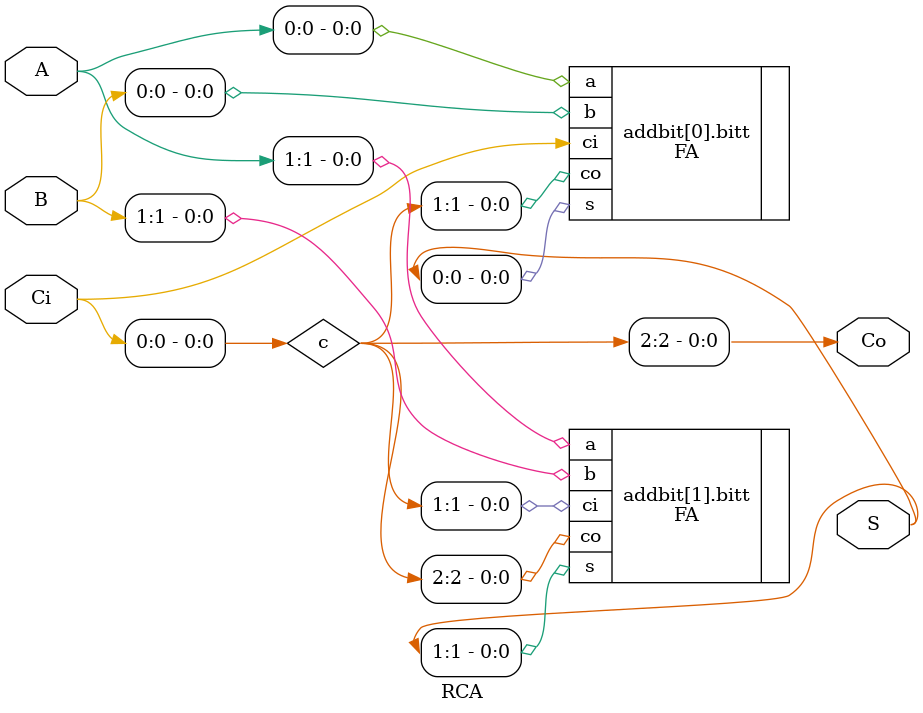
<source format=v>
module RCA(A, B, Ci, Co, S);
parameter n = 2;
input [n-1:0] A, B;
input Ci;
output Co;
output [n-1:0] S;
wire[n:0] c;
assign c[0] = Ci;
assign Co = c[n];


genvar i;
    generate
        for(i =0; i < n; i = i +1) begin: addbit
            FA bitt(.a(A[i]), .b(B[i]),.ci(c[i]), .co(c[i+1]), .s(S[i]));
        end
    endgenerate

endmodule

</source>
